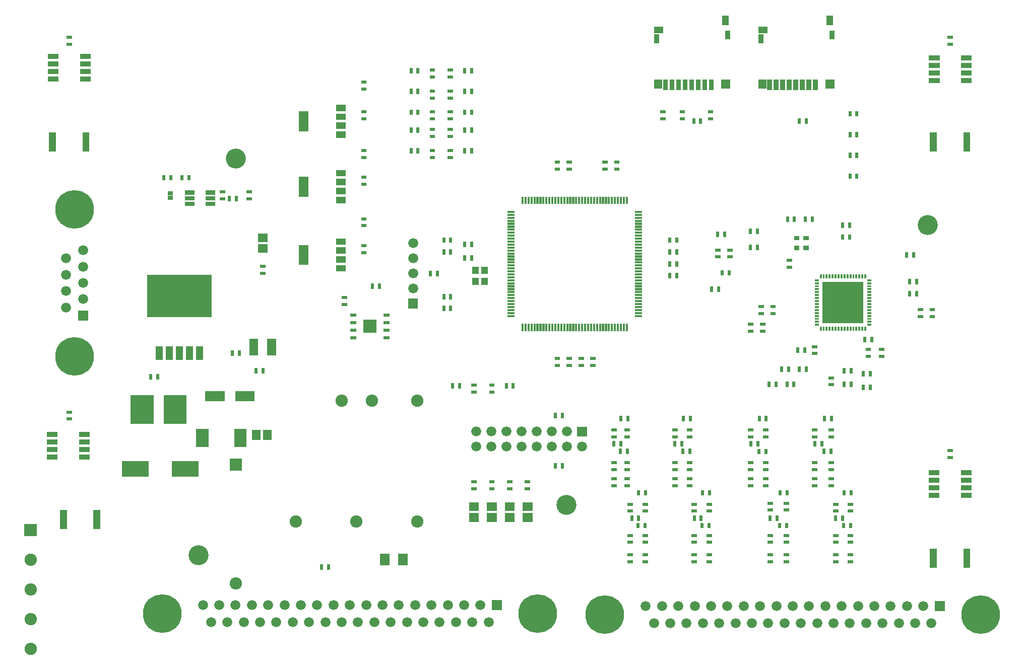
<source format=gbr>
G04 start of page 11 for group -4063 idx -4063 *
G04 Title: DAISI, componentmask *
G04 Creator: pcb 20140316 *
G04 CreationDate: Thu 05 Jul 2018 06:59:21 PM GMT UTC *
G04 For: afonsop *
G04 Format: Gerber/RS-274X *
G04 PCB-Dimensions (mil): 6540.00 4540.00 *
G04 PCB-Coordinate-Origin: lower left *
%MOIN*%
%FSLAX25Y25*%
%LNTOPMASK*%
%ADD150R,0.0276X0.0276*%
%ADD149R,0.0257X0.0257*%
%ADD148R,0.0207X0.0207*%
%ADD147R,0.2781X0.2781*%
%ADD146R,0.0620X0.0620*%
%ADD145R,0.0659X0.0659*%
%ADD144R,0.0817X0.0817*%
%ADD143R,0.1014X0.1014*%
%ADD142R,0.1510X0.1510*%
%ADD141R,0.0451X0.0451*%
%ADD140R,0.0660X0.0660*%
%ADD139R,0.0572X0.0572*%
%ADD138R,0.0541X0.0541*%
%ADD137R,0.0344X0.0344*%
%ADD136R,0.0423X0.0423*%
%ADD135R,0.0305X0.0305*%
%ADD134R,0.0285X0.0285*%
%ADD133R,0.0335X0.0335*%
%ADD132R,0.0463X0.0463*%
%ADD131R,0.0130X0.0130*%
%ADD130R,0.0200X0.0200*%
%ADD129R,0.0140X0.0140*%
%ADD128C,0.1320*%
%ADD127C,0.0817*%
%ADD126C,0.2560*%
%ADD125C,0.0001*%
%ADD124C,0.0660*%
G54D124*X285805Y44924D03*
X275005D03*
X264205D03*
X253405D03*
G54D125*G36*
X314905Y48224D02*Y41624D01*
X321505D01*
Y48224D01*
X314905D01*
G37*
G54D124*X307405Y44924D03*
X296605D03*
X312805Y33724D03*
X302005D03*
X291205D03*
X280405D03*
X269605D03*
G54D126*X345205Y39324D03*
G54D125*G36*
X371188Y163166D02*Y156566D01*
X377788D01*
Y163166D01*
X371188D01*
G37*
G54D124*X374488Y149866D03*
X364488Y159866D03*
Y149866D03*
X354488Y159866D03*
Y149866D03*
X344488Y159866D03*
Y149866D03*
X334488Y159866D03*
X324488D03*
X314488D03*
X304488D03*
X334488Y149866D03*
X324488D03*
X314488D03*
X304488D03*
G54D125*G36*
X607864Y47546D02*Y40946D01*
X614464D01*
Y47546D01*
X607864D01*
G37*
G54D124*X600364Y44246D03*
X589564D03*
X578764D03*
X567964D03*
X557164D03*
X605764Y33046D03*
X594964D03*
X584164D03*
X573364D03*
X562564D03*
G54D126*X638164Y38646D03*
G54D124*X524764Y44246D03*
X513964D03*
X503164D03*
X492364D03*
X481564D03*
X470764D03*
X459964D03*
X449164D03*
X438364D03*
X427564D03*
X416764D03*
X546364D03*
X535564D03*
X551764Y33046D03*
X540964D03*
X530164D03*
X519364D03*
X508564D03*
X497764D03*
X486964D03*
X476164D03*
X465364D03*
X454564D03*
X443764D03*
X432964D03*
X422164D03*
G54D126*X389764Y38646D03*
G54D124*X231805Y44924D03*
X221005D03*
X210205D03*
X199405D03*
X188605D03*
X177805D03*
X167005D03*
X156205D03*
X145405D03*
X134605D03*
X123805D03*
X242605D03*
X258805Y33724D03*
X248005D03*
X237205D03*
X226405D03*
X215605D03*
G54D127*X215551Y180378D03*
G54D124*X204805Y33724D03*
X194005D03*
G54D127*X145669Y59315D03*
G54D124*X183205Y33724D03*
X172405D03*
X161605D03*
X150805D03*
X140005D03*
X129205D03*
G54D126*X96805Y39324D03*
G54D125*G36*
X5758Y98833D02*Y90663D01*
X13927D01*
Y98833D01*
X5758D01*
G37*
G54D127*X9843Y75063D03*
Y55378D03*
Y35693D03*
Y16008D03*
G54D125*G36*
X41253Y240017D02*Y233417D01*
X47853D01*
Y240017D01*
X41253D01*
G37*
G54D124*X44553Y247517D03*
X33353Y242117D03*
Y252917D03*
X44553Y258317D03*
Y269117D03*
Y279917D03*
X33353Y263717D03*
Y274517D03*
G54D126*X38953Y306917D03*
Y209717D03*
G54D127*X185236Y100457D03*
X225394D03*
X265551D03*
G54D125*G36*
X141585Y142140D02*Y133970D01*
X149754D01*
Y142140D01*
X141585D01*
G37*
G54D127*X265551Y180378D03*
X235630D03*
G54D125*G36*
X259495Y248009D02*Y241409D01*
X266095D01*
Y248009D01*
X259495D01*
G37*
G54D124*X262795Y254709D03*
Y264709D03*
Y274709D03*
Y284709D03*
G54D128*X121063Y78016D03*
X145669Y340811D03*
X364173Y111480D03*
X603346Y296520D03*
G54D129*X372709Y230485D02*Y227087D01*
X374678Y230485D02*Y227087D01*
X376646Y230485D02*Y227087D01*
X378615Y230485D02*Y227087D01*
X380583Y230485D02*Y227087D01*
X382552Y230485D02*Y227087D01*
X384520Y230485D02*Y227087D01*
X386489Y230485D02*Y227087D01*
X388457Y230485D02*Y227087D01*
X390426Y230485D02*Y227087D01*
X392394Y230485D02*Y227087D01*
X394363Y230485D02*Y227087D01*
G54D130*X373216Y203669D02*X374816D01*
X381090D02*X382690D01*
X373216Y208269D02*X374816D01*
X381090D02*X382690D01*
G54D129*X396331Y230485D02*Y227087D01*
X398300Y230485D02*Y227087D01*
X400268Y230485D02*Y227087D01*
X402237Y230485D02*Y227087D01*
X404205Y230485D02*Y227087D01*
G54D130*X396838Y333590D02*X398438D01*
X396838Y338190D02*X398438D01*
X388964Y333590D02*X390564D01*
X388964Y338190D02*X390564D01*
G54D129*X410177Y236458D02*X413575D01*
X410177Y238426D02*X413575D01*
X410177Y240395D02*X413575D01*
X410177Y242363D02*X413575D01*
X410177Y244331D02*X413575D01*
X410177Y246300D02*X413575D01*
X410177Y248269D02*X413575D01*
X410177Y250237D02*X413575D01*
G54D130*X427350Y371654D02*X428950D01*
X440145D02*X441745D01*
X427350Y367054D02*X428950D01*
X440145D02*X441745D01*
X458846Y371654D02*X460446D01*
X458846Y367054D02*X460446D01*
X448487Y366217D02*Y364617D01*
X453087Y366217D02*Y364617D01*
G54D129*X410177Y252206D02*X413575D01*
X410177Y254174D02*X413575D01*
X410177Y256143D02*X413575D01*
X410177Y258111D02*X413575D01*
X410177Y260080D02*X413575D01*
X410177Y262048D02*X413575D01*
X410177Y264017D02*X413575D01*
G54D130*X464898Y254997D02*Y253397D01*
X460298Y254997D02*Y253397D01*
X485420Y230906D02*X487020D01*
X493294D02*X494894D01*
X500184Y242717D02*X501784D01*
X500184Y238117D02*X501784D01*
X492310Y242717D02*X493910D01*
X492310Y238117D02*X493910D01*
X485420Y226306D02*X487020D01*
X493294D02*X494894D01*
G54D129*X410177Y265985D02*X413575D01*
X410177Y267954D02*X413575D01*
X410177Y269922D02*X413575D01*
X410177Y271891D02*X413575D01*
X410177Y273859D02*X413575D01*
X410177Y275828D02*X413575D01*
X410177Y277796D02*X413575D01*
X410177Y279765D02*X413575D01*
X410177Y281733D02*X413575D01*
X410177Y283702D02*X413575D01*
X410177Y285670D02*X413575D01*
X410177Y287639D02*X413575D01*
X410177Y289607D02*X413575D01*
X410177Y291576D02*X413575D01*
X410177Y293544D02*X413575D01*
X410177Y295513D02*X413575D01*
G54D130*X468835Y291414D02*Y289814D01*
X464235Y291414D02*Y289814D01*
G54D129*X410177Y297481D02*X413575D01*
X410177Y299450D02*X413575D01*
X410177Y301418D02*X413575D01*
X410177Y303387D02*X413575D01*
G54D130*X432739Y287477D02*Y285877D01*
Y271729D02*Y270129D01*
Y263855D02*Y262255D01*
Y279603D02*Y278003D01*
X437339Y279603D02*Y278003D01*
Y287477D02*Y285877D01*
Y271729D02*Y270129D01*
Y263855D02*Y262255D01*
X471788Y265824D02*Y264224D01*
X467188Y265824D02*Y264224D01*
X463767Y280119D02*X465367D01*
X463767Y275519D02*X465367D01*
X471641D02*X473241D01*
X471641Y280119D02*X473241D01*
X485889Y282556D02*Y280956D01*
X490489Y282556D02*Y280956D01*
X485889Y293383D02*Y291783D01*
X490489Y293383D02*Y291783D01*
G54D131*X563886Y232543D02*X565248D01*
X563886Y234512D02*X565248D01*
X563886Y236480D02*X565248D01*
X563886Y238449D02*X565248D01*
X563886Y240417D02*X565248D01*
X563886Y242386D02*X565248D01*
X563886Y244354D02*X565248D01*
X563886Y246323D02*X565248D01*
G54D130*X595804Y252044D02*Y250444D01*
X593835Y277635D02*Y276035D01*
X589235Y277635D02*Y276035D01*
X591204Y259918D02*Y258318D01*
X595804Y259918D02*Y258318D01*
G54D131*X563886Y248291D02*X565248D01*
X563886Y250260D02*X565248D01*
X563886Y252228D02*X565248D01*
X563886Y254197D02*X565248D01*
X563886Y256165D02*X565248D01*
X563886Y258134D02*X565248D01*
X563886Y260102D02*X565248D01*
G54D130*X546913Y289446D02*Y287846D01*
Y297320D02*Y295720D01*
X551513Y289446D02*Y287846D01*
Y297320D02*Y295720D01*
G54D131*X563886Y230575D02*X565248D01*
G54D130*X566276Y221532D02*Y219932D01*
X591204Y252044D02*Y250444D01*
X605499Y240749D02*X607099D01*
X605499Y236149D02*X607099D01*
X597625Y240749D02*X599225D01*
X597625Y236149D02*X599225D01*
X572035Y214174D02*X573635D01*
X572035Y209574D02*X573635D01*
X563176Y214174D02*X564776D01*
X563176Y209574D02*X564776D01*
X565292Y198894D02*Y197294D01*
X560692Y198894D02*Y197294D01*
X565292Y190036D02*Y188436D01*
X560692Y190036D02*Y188436D01*
X561676Y221532D02*Y219932D01*
X556434Y371139D02*Y369539D01*
Y357359D02*Y355759D01*
Y329800D02*Y328200D01*
Y343580D02*Y341980D01*
X551834Y371139D02*Y369539D01*
Y357359D02*Y355759D01*
Y329800D02*Y328200D01*
Y343580D02*Y341980D01*
G54D132*X607087Y355772D02*Y347504D01*
G54D133*X605760Y392461D02*X609500D01*
G54D132*X629134Y355772D02*Y347504D01*
G54D130*X617310Y416267D02*X618910D01*
X617310Y420867D02*X618910D01*
G54D133*X627020Y402461D02*X630760D01*
X627020Y407461D02*X630760D01*
X627020Y392461D02*X630760D01*
X605760Y407461D02*X609500D01*
X605760Y402461D02*X609500D01*
X605760Y397461D02*X609500D01*
X627020D02*X630760D01*
G54D131*X529240Y260102D02*X530602D01*
G54D130*X526906Y301257D02*Y299657D01*
X522306Y301257D02*Y299657D01*
G54D131*X529240Y258134D02*X530602D01*
X529240Y256165D02*X530602D01*
X529240Y254197D02*X530602D01*
X529240Y252228D02*X530602D01*
X529240Y250260D02*X530602D01*
G54D130*X511011Y273229D02*X512611D01*
G54D134*X516240Y287957D02*X517028D01*
X516240Y281461D02*X517028D01*
X522343D02*X523130D01*
X522343Y287957D02*X523130D01*
G54D130*X511011Y268629D02*X512611D01*
X510495Y301257D02*Y299657D01*
X515095Y301257D02*Y299657D01*
G54D131*X562008Y263343D02*Y261980D01*
X560039Y263343D02*Y261980D01*
X558071Y263343D02*Y261980D01*
X556102Y263343D02*Y261980D01*
X554134Y263343D02*Y261980D01*
X552165Y263343D02*Y261980D01*
X550197Y263343D02*Y261980D01*
X548228Y263343D02*Y261980D01*
X546260Y263343D02*Y261980D01*
X544291Y263343D02*Y261980D01*
X542323Y263343D02*Y261980D01*
X540354Y263343D02*Y261980D01*
X538386Y263343D02*Y261980D01*
X536417Y263343D02*Y261980D01*
X534449Y263343D02*Y261980D01*
X532480Y263343D02*Y261980D01*
X529240Y248291D02*X530602D01*
X529240Y246323D02*X530602D01*
X529240Y244354D02*X530602D01*
X529240Y242386D02*X530602D01*
X529240Y240417D02*X530602D01*
X529240Y238449D02*X530602D01*
X529240Y236480D02*X530602D01*
X529240Y234512D02*X530602D01*
X529240Y232543D02*X530602D01*
X529240Y230575D02*X530602D01*
X532480Y228697D02*Y227335D01*
X534449Y228697D02*Y227335D01*
X536417Y228697D02*Y227335D01*
X538386Y228697D02*Y227335D01*
X540354Y228697D02*Y227335D01*
X542323Y228697D02*Y227335D01*
X544291Y228697D02*Y227335D01*
X546260Y228697D02*Y227335D01*
X548228Y228697D02*Y227335D01*
X550197Y228697D02*Y227335D01*
G54D125*G36*
X533711Y258872D02*Y231805D01*
X560778D01*
Y258872D01*
X533711D01*
G37*
G54D131*X552165Y228697D02*Y227335D01*
X554134Y228697D02*Y227335D01*
X556102Y228697D02*Y227335D01*
X558071Y228697D02*Y227335D01*
X560039Y228697D02*Y227335D01*
X562008Y228697D02*Y227335D01*
G54D130*X538570Y195473D02*X540170D01*
X522969Y201847D02*Y200247D01*
X518369Y201847D02*Y200247D01*
X511158Y201847D02*Y200247D01*
X506558Y201847D02*Y200247D01*
X538570Y190873D02*X540170D01*
X502953Y192005D02*Y190405D01*
X498353Y192005D02*Y190405D01*
X514764Y192005D02*Y190405D01*
X510164Y192005D02*Y190405D01*
X547897Y192005D02*Y190405D01*
Y200863D02*Y199263D01*
X552497Y192005D02*Y190405D01*
Y200863D02*Y199263D01*
X527743Y216143D02*X529343D01*
X527743Y211543D02*X529343D01*
X521985Y214643D02*Y213043D01*
X517385Y214643D02*Y213043D01*
G54D125*G36*
X535482Y393124D02*Y386923D01*
X541683D01*
Y393124D01*
X535482D01*
G37*
G54D135*X528937Y391598D02*Y387465D01*
G54D136*X469488Y433134D02*Y430969D01*
G54D137*X471063Y423685D02*Y421323D01*
G54D125*G36*
X466585Y393124D02*Y386923D01*
X472785D01*
Y393124D01*
X466585D01*
G37*
G54D135*X460039Y391598D02*Y387465D01*
G54D136*X538386Y433134D02*Y430969D01*
G54D137*X539961Y423685D02*Y421323D01*
G54D135*X524606Y391598D02*Y387465D01*
X520276Y391598D02*Y387465D01*
X515945Y391598D02*Y387465D01*
X511614Y391598D02*Y387465D01*
X507283Y391598D02*Y387465D01*
X502953Y391598D02*Y387465D01*
X498622Y391598D02*Y387465D01*
G54D138*X493898Y390417D02*Y389630D01*
G54D137*X492913Y421323D02*Y418567D01*
G54D136*X493307Y425850D02*X495079D01*
G54D135*X455709Y391598D02*Y387465D01*
X451378Y391598D02*Y387465D01*
X447047Y391598D02*Y387465D01*
X442717Y391598D02*Y387465D01*
G54D138*X425000Y390417D02*Y389630D01*
G54D137*X424016Y421323D02*Y418567D01*
G54D136*X424409Y425850D02*X426181D01*
G54D135*X438386Y391598D02*Y387465D01*
X434055Y391598D02*Y387465D01*
X429724Y391598D02*Y387465D01*
G54D130*X518369Y366217D02*Y364617D01*
X522969Y366217D02*Y364617D01*
G54D129*X335308Y230485D02*Y227087D01*
X337276Y230485D02*Y227087D01*
X339245Y230485D02*Y227087D01*
X341213Y230485D02*Y227087D01*
X343182Y230485D02*Y227087D01*
X345150Y230485D02*Y227087D01*
X347119Y230485D02*Y227087D01*
X349087Y230485D02*Y227087D01*
X351056Y230485D02*Y227087D01*
X353024Y230485D02*Y227087D01*
X354993Y230485D02*Y227087D01*
X356961Y230485D02*Y227087D01*
X358930Y230485D02*Y227087D01*
X360898Y230485D02*Y227087D01*
X362867Y230485D02*Y227087D01*
X364835Y230485D02*Y227087D01*
X366804Y230485D02*Y227087D01*
X368772Y230485D02*Y227087D01*
X370741Y230485D02*Y227087D01*
G54D130*X356952Y137871D02*Y136271D01*
Y171335D02*Y169735D01*
X361552Y137871D02*Y136271D01*
Y171335D02*Y169735D01*
X403728Y139371D02*X405328D01*
X357468Y203669D02*X359068D01*
X357468Y208269D02*X359068D01*
X365342Y203669D02*X366942D01*
X365342Y208269D02*X366942D01*
X329072Y191020D02*Y189420D01*
X324472Y191020D02*Y189420D01*
X314161Y185952D02*X315761D01*
X314161Y190552D02*X315761D01*
X293639Y191020D02*Y189420D01*
X289039Y191020D02*Y189420D01*
X302350Y185952D02*X303950D01*
X302350Y190552D02*X303950D01*
X337783Y121976D02*X339383D01*
G54D139*X338190Y103016D02*X338976D01*
X338190Y110102D02*X338976D01*
G54D130*X337783Y126576D02*X339383D01*
X325972D02*X327572D01*
X314161D02*X315761D01*
X325972Y121976D02*X327572D01*
X314161D02*X315761D01*
G54D139*X326379Y103016D02*X327165D01*
X326379Y110102D02*X327165D01*
X314568Y103016D02*X315354D01*
X314568Y110102D02*X315354D01*
G54D129*X410177Y305355D02*X413575D01*
X404204Y314724D02*Y311327D01*
X402236Y314724D02*Y311327D01*
X400267Y314724D02*Y311327D01*
X398299Y314724D02*Y311327D01*
X396330Y314724D02*Y311327D01*
X394362Y314724D02*Y311327D01*
X392393Y314724D02*Y311327D01*
X390425Y314724D02*Y311327D01*
X388456Y314724D02*Y311327D01*
X386488Y314724D02*Y311327D01*
X384519Y314724D02*Y311327D01*
X382551Y314724D02*Y311327D01*
X380582Y314724D02*Y311327D01*
X378614Y314724D02*Y311327D01*
X376645Y314724D02*Y311327D01*
X374677Y314724D02*Y311327D01*
X372708Y314724D02*Y311327D01*
X370740Y314724D02*Y311327D01*
X368771Y314724D02*Y311327D01*
X366803Y314724D02*Y311327D01*
G54D130*X365342Y333590D02*X366942D01*
X365342Y338190D02*X366942D01*
X357468Y333590D02*X359068D01*
X357468Y338190D02*X359068D01*
G54D129*X364834Y314724D02*Y311327D01*
X362866Y314724D02*Y311327D01*
X360897Y314724D02*Y311327D01*
X358929Y314724D02*Y311327D01*
X356960Y314724D02*Y311327D01*
X354992Y314724D02*Y311327D01*
X353023Y314724D02*Y311327D01*
X351055Y314724D02*Y311327D01*
X349086Y314724D02*Y311327D01*
X347118Y314724D02*Y311327D01*
X345149Y314724D02*Y311327D01*
X343181Y314724D02*Y311327D01*
X341212Y314724D02*Y311327D01*
X339244Y314724D02*Y311327D01*
X337275Y314724D02*Y311327D01*
X335307Y314724D02*Y311327D01*
X325937Y305354D02*X329335D01*
X325937Y303386D02*X329335D01*
X325937Y301417D02*X329335D01*
X325937Y299449D02*X329335D01*
X325937Y297480D02*X329335D01*
X325937Y295512D02*X329335D01*
X325937Y293543D02*X329335D01*
X325937Y291575D02*X329335D01*
X325937Y289606D02*X329335D01*
X325937Y287638D02*X329335D01*
X325937Y285669D02*X329335D01*
X325937Y283701D02*X329335D01*
X325937Y281731D02*X329335D01*
X325937Y279764D02*X329335D01*
X325937Y277795D02*X329335D01*
X325937Y275827D02*X329335D01*
X325937Y273858D02*X329335D01*
X325937Y271890D02*X329335D01*
X325937Y269921D02*X329335D01*
X325937Y267953D02*X329335D01*
X325937Y265984D02*X329335D01*
X325937Y264016D02*X329335D01*
X325937Y262047D02*X329335D01*
X325937Y260079D02*X329335D01*
G54D136*X304134Y266992D02*Y266598D01*
X310039Y266992D02*Y266598D01*
G54D130*X296913Y275666D02*Y274066D01*
X301513Y275666D02*Y274066D01*
X296913Y284524D02*Y282924D01*
X301513Y284524D02*Y282924D01*
G54D136*X304134Y259512D02*Y259118D01*
X310039Y259512D02*Y259118D01*
G54D129*X325937Y258110D02*X329335D01*
X325937Y256142D02*X329335D01*
X325937Y254173D02*X329335D01*
X325937Y252205D02*X329335D01*
X325937Y250236D02*X329335D01*
X325937Y248268D02*X329335D01*
X325937Y246299D02*X329335D01*
X325937Y244331D02*X329335D01*
X325937Y242362D02*X329335D01*
X325937Y240394D02*X329335D01*
X325937Y238425D02*X329335D01*
X325937Y236457D02*X329335D01*
G54D130*X283133Y242202D02*Y240602D01*
Y250076D02*Y248476D01*
X287733Y242202D02*Y240602D01*
Y250076D02*Y248476D01*
X207024Y70942D02*Y69342D01*
X202424Y70942D02*Y69342D01*
G54D140*X244094Y75563D02*Y74563D01*
X256094Y75563D02*Y74563D01*
G54D130*X302350Y121976D02*X303950D01*
G54D139*X302757Y103016D02*X303543D01*
X302757Y110102D02*X303543D01*
G54D130*X302350Y126576D02*X303950D01*
G54D141*X94882Y214000D02*Y209709D01*
X101575Y214000D02*Y209709D01*
X108268Y214000D02*Y209709D01*
X114961Y214000D02*Y209709D01*
G54D142*X105388Y176472D02*Y172472D01*
G54D130*X89235Y196926D02*Y195326D01*
X93835Y196926D02*Y195326D01*
G54D142*X83588Y176472D02*Y172472D01*
G54D130*X34633Y168235D02*X36233D01*
X34633Y172835D02*X36233D01*
G54D133*X43472Y157889D02*X47213D01*
X22213D02*X25953D01*
X22213Y152889D02*X25953D01*
X22213Y147889D02*X25953D01*
X22213Y142889D02*X25953D01*
X43472D02*X47213D01*
G54D132*X53543Y105772D02*Y97504D01*
X31496Y105772D02*Y97504D01*
G54D133*X43472Y147889D02*X47213D01*
X43472Y152889D02*X47213D01*
G54D143*X108465Y135102D02*X115945D01*
X75394D02*X82874D01*
G54D141*X121654Y214000D02*Y209709D01*
G54D130*X143369Y212674D02*Y211074D01*
G54D139*X159253Y158133D02*Y157347D01*
X166339Y158133D02*Y157347D01*
G54D144*X148622Y157740D02*Y153803D01*
G54D130*X147969Y212674D02*Y211074D01*
X163717Y200863D02*Y199263D01*
X159117Y200863D02*Y199263D01*
G54D139*X157481Y218566D02*Y213056D01*
X169291Y218566D02*Y213056D01*
G54D145*X148425Y183331D02*X154724D01*
X128740D02*X135039D01*
G54D144*X123425Y157740D02*Y153803D01*
G54D133*X22933Y408350D02*X26673D01*
X22933Y403350D02*X26673D01*
X22933Y398350D02*X26673D01*
X22933Y393350D02*X26673D01*
X44193D02*X47933D01*
X44193Y398350D02*X47933D01*
X44193Y403350D02*X47933D01*
X44193Y408350D02*X47933D01*
G54D130*X34633Y416267D02*X36233D01*
X34633Y420867D02*X36233D01*
G54D132*X24409Y355772D02*Y347504D01*
X46457Y355772D02*Y347504D01*
G54D130*X229515Y278472D02*X231115D01*
G54D136*X214173Y279787D02*X216142D01*
X214173Y285693D02*X216142D01*
G54D130*X229515Y283072D02*X231115D01*
X229515Y296188D02*X231115D01*
X229515Y300788D02*X231115D01*
X283133Y279603D02*Y278003D01*
X274275Y265194D02*Y263594D01*
X278875Y265194D02*Y263594D01*
X287733Y279603D02*Y278003D01*
X283133Y287477D02*Y285877D01*
X287733Y287477D02*Y285877D01*
G54D136*X214173Y313252D02*X216142D01*
X214173Y319157D02*X216142D01*
X214173Y325063D02*X216142D01*
X214173Y330969D02*X216142D01*
G54D146*X190354Y325654D02*Y318567D01*
G54D130*X229515Y323747D02*X231115D01*
X229515Y328347D02*X231115D01*
X229515Y341464D02*X231115D01*
X229515Y346064D02*X231115D01*
X229515Y367054D02*X231115D01*
G54D136*X214173Y356559D02*X216142D01*
X214173Y362465D02*X216142D01*
X214173Y368370D02*X216142D01*
X214173Y374276D02*X216142D01*
G54D146*X190354Y368961D02*Y361874D01*
G54D130*X229515Y371654D02*X231115D01*
X301513Y385902D02*Y384302D01*
X296913Y385902D02*Y384302D01*
X286602Y380834D02*X288202D01*
X286602Y385434D02*X288202D01*
X274791Y380834D02*X276391D01*
X274791Y385434D02*X276391D01*
X301513Y399682D02*Y398082D01*
X296913Y399682D02*Y398082D01*
X286602Y394613D02*X288202D01*
X286602Y399213D02*X288202D01*
X266080Y399682D02*Y398082D01*
X274791Y394613D02*X276391D01*
X274791Y399213D02*X276391D01*
X261480Y399682D02*Y398082D01*
X266080Y385902D02*Y384302D01*
X261480Y385902D02*Y384302D01*
X266080Y372123D02*Y370523D01*
X261480Y372123D02*Y370523D01*
X274791Y367054D02*X276391D01*
X274791Y371654D02*X276391D01*
X266080Y360312D02*Y358712D01*
X261480Y360312D02*Y358712D01*
X274791Y355243D02*X276391D01*
X274791Y359843D02*X276391D01*
X274791Y341464D02*X276391D01*
X274791Y346064D02*X276391D01*
X266080Y346532D02*Y344932D01*
X261480Y346532D02*Y344932D01*
X301513Y372123D02*Y370523D01*
X296913Y372123D02*Y370523D01*
X286602Y371654D02*X288202D01*
X286602Y367054D02*X288202D01*
X296913Y360312D02*Y358712D01*
X286602Y355243D02*X288202D01*
X286602Y359843D02*X288202D01*
X301513Y360312D02*Y358712D01*
Y346532D02*Y344932D01*
X296913Y346532D02*Y344932D01*
X286602Y341464D02*X288202D01*
X286602Y346064D02*X288202D01*
X229515Y386739D02*X231115D01*
X229515Y391339D02*X231115D01*
G54D147*X100768Y249630D02*X115768D01*
G54D136*X214173Y267976D02*X216142D01*
G54D130*X162586Y269292D02*X164186D01*
X162586Y264692D02*X164186D01*
G54D136*X214173Y273882D02*X216142D01*
G54D146*X190354Y280378D02*Y273291D01*
G54D139*X162993Y281166D02*X163779D01*
X162993Y288252D02*X163779D01*
G54D148*X222343Y237091D02*X224114D01*
X244390D02*X246161D01*
G54D130*X240489Y256965D02*Y255365D01*
X235889Y256965D02*Y255365D01*
X216720Y244023D02*X218320D01*
X216720Y248623D02*X218320D01*
G54D148*X222343Y232091D02*X224114D01*
X244390D02*X246161D01*
X222343Y227091D02*X224114D01*
X222343Y222091D02*X224114D01*
X244390D02*X246161D01*
X244390Y227091D02*X246161D01*
G54D125*G36*
X229970Y233872D02*Y225309D01*
X238533D01*
Y233872D01*
X229970D01*
G37*
G54D149*X101969Y317779D02*X102755D01*
G54D130*X98094Y328816D02*Y327216D01*
X102694Y328816D02*Y327216D01*
G54D149*X101969Y314631D02*X102755D01*
G54D130*X109905Y328816D02*Y327216D01*
X114505Y328816D02*Y327216D01*
G54D150*X113385Y318173D02*X116929D01*
X113385Y314433D02*X116929D01*
X113385Y310693D02*X116929D01*
X127165Y310692D02*X130709D01*
X127165Y314433D02*X130709D01*
X127164Y318173D02*X130708D01*
G54D130*X153728Y313905D02*X155328D01*
X153728Y318505D02*X155328D01*
X136011Y313905D02*X137611D01*
X136011Y318505D02*X137611D01*
X141401Y315036D02*Y313436D01*
X146001Y315036D02*Y313436D01*
X617310Y142645D02*X618910D01*
X617310Y147245D02*X618910D01*
G54D133*X605610Y132760D02*X609350D01*
X605610Y127760D02*X609350D01*
X605610Y122760D02*X609350D01*
X605610Y117760D02*X609350D01*
X626870D02*X630610D01*
X626870Y122760D02*X630610D01*
X626870Y127760D02*X630610D01*
X626870Y132760D02*X630610D01*
G54D132*X629134Y80181D02*Y71913D01*
X607087Y80181D02*Y71913D01*
G54D130*X527743Y128544D02*X529343D01*
X527743Y123944D02*X529343D01*
X538570Y128544D02*X540170D01*
X538570Y123944D02*X540170D01*
X547897Y120154D02*Y118554D01*
X552497Y120154D02*Y118554D01*
X547565Y98501D02*Y96901D01*
X552165Y98501D02*Y96901D01*
X551365Y78347D02*X552965D01*
X551365Y73747D02*X552965D01*
X551365Y86543D02*X552965D01*
X551365Y91143D02*X552965D01*
X546923Y103422D02*Y101822D01*
X541523Y78347D02*X543123D01*
X541523Y73747D02*X543123D01*
X541523Y86543D02*X543123D01*
X541523Y91143D02*X543123D01*
X542323Y103422D02*Y101822D01*
X541523Y111812D02*X543123D01*
X541523Y107212D02*X543123D01*
X551365Y111812D02*X552965D01*
X551365Y107212D02*X552965D01*
X535102Y169367D02*Y167767D01*
X539702Y169367D02*Y167767D01*
X527743Y161024D02*X529343D01*
X527743Y134771D02*X529343D01*
X538570D02*X540170D01*
X527743Y139371D02*X529343D01*
X538570D02*X540170D01*
X534770Y147713D02*Y146113D01*
X539370Y147713D02*Y146113D01*
X533143Y152635D02*Y151035D01*
X528543Y152635D02*Y151035D01*
X527743Y156424D02*X529343D01*
X538570Y161024D02*X540170D01*
X538570Y156424D02*X540170D01*
X403728Y128544D02*X405328D01*
X394869D02*X396469D01*
X394869Y134771D02*X396469D01*
X403728D02*X405328D01*
X403728Y123944D02*X405328D01*
X394869D02*X396469D01*
X394869Y139371D02*X396469D01*
X400269Y152635D02*Y151035D01*
X395669Y152635D02*Y151035D01*
X399928Y147713D02*Y146113D01*
X404528Y147713D02*Y146113D01*
X400259Y169367D02*Y167767D01*
X404859Y169367D02*Y167767D01*
X394869Y161024D02*X396469D01*
X394869Y156424D02*X396469D01*
X403728Y161024D02*X405328D01*
X403728Y156424D02*X405328D01*
X445066Y128544D02*X446666D01*
X435224D02*X436824D01*
X485420D02*X487020D01*
X485420Y123944D02*X487020D01*
X495263Y128544D02*X496863D01*
X495263Y123944D02*X496863D01*
X440624Y152635D02*Y151035D01*
X441598Y169367D02*Y167767D01*
X446198Y169367D02*Y167767D01*
X445066Y161024D02*X446666D01*
X445066Y156424D02*X446666D01*
X436024Y152635D02*Y151035D01*
X435224Y161024D02*X436824D01*
X435224Y156424D02*X436824D01*
X435224Y134771D02*X436824D01*
X435224Y139371D02*X436824D01*
X441266Y147713D02*Y146113D01*
X445866Y147713D02*Y146113D01*
X445066Y134771D02*X446666D01*
X445066Y139371D02*X446666D01*
X490820Y152635D02*Y151035D01*
X491542Y147438D02*Y145838D01*
X496142Y147438D02*Y145838D01*
X486220Y152635D02*Y151035D01*
X485420Y161024D02*X487020D01*
X485420Y156424D02*X487020D01*
X485420Y134771D02*X487020D01*
X485420Y139371D02*X487020D01*
X445066Y123944D02*X446666D01*
X435224D02*X436824D01*
X454393Y120154D02*Y118554D01*
X458993Y120154D02*Y118554D01*
X448019Y111812D02*X449619D01*
X457861D02*X459461D01*
X457861Y107212D02*X459461D01*
X412080Y103422D02*Y101822D01*
X411739Y98501D02*Y96901D01*
X416339Y98501D02*Y96901D01*
X412070Y120154D02*Y118554D01*
X416670Y120154D02*Y118554D01*
X415539Y111812D02*X417139D01*
X415539Y107212D02*X417139D01*
X407480Y103422D02*Y101822D01*
X405696Y111812D02*X407296D01*
X405696Y107212D02*X407296D01*
X491794Y169367D02*Y167767D01*
X496394Y169367D02*Y167767D01*
X495263Y161024D02*X496863D01*
X495263Y156424D02*X496863D01*
X495263Y134771D02*X496863D01*
X495263Y139371D02*X496863D01*
X503616Y103422D02*Y101822D01*
X499016Y103422D02*Y101822D01*
X498216Y86543D02*X499816D01*
X498216Y91143D02*X499816D01*
X498216Y112465D02*X499816D01*
X498216Y107865D02*X499816D01*
X505243Y98501D02*Y96901D01*
X505574Y120154D02*Y118554D01*
X510174Y120154D02*Y118554D01*
X509043Y112465D02*X510643D01*
X509043Y107865D02*X510643D01*
X509843Y98501D02*Y96901D01*
X509043Y86543D02*X510643D01*
X509043Y91143D02*X510643D01*
X498216Y78347D02*X499816D01*
X498216Y73747D02*X499816D01*
X509043Y78347D02*X510643D01*
X509043Y73747D02*X510643D01*
X405696Y78347D02*X407296D01*
X405696Y73747D02*X407296D01*
X405696Y86543D02*X407296D01*
X405696Y91143D02*X407296D01*
X415539Y78347D02*X417139D01*
X415539Y73747D02*X417139D01*
X415539Y86543D02*X417139D01*
X415539Y91143D02*X417139D01*
X448019Y107212D02*X449619D01*
X453419Y103422D02*Y101822D01*
X448819Y103422D02*Y101822D01*
X454061Y98501D02*Y96901D01*
X458661Y98501D02*Y96901D01*
X457861Y78347D02*X459461D01*
X457861Y73747D02*X459461D01*
X457861Y86543D02*X459461D01*
X457861Y91143D02*X459461D01*
X448019Y78347D02*X449619D01*
X448019Y73747D02*X449619D01*
X448019Y86543D02*X449619D01*
X448019Y91143D02*X449619D01*
M02*

</source>
